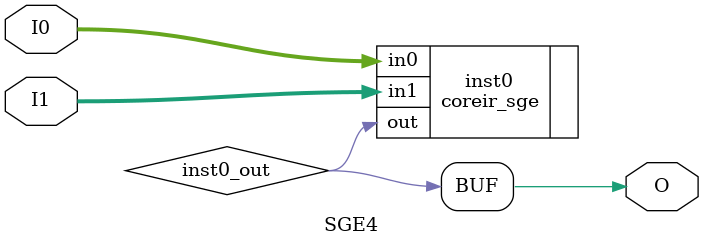
<source format=v>
module SGE4 (input [3:0] I0, input [3:0] I1, output  O);
wire  inst0_out;
coreir_sge inst0 (.in0(I0), .in1(I1), .out(inst0_out));
assign O = inst0_out;
endmodule


</source>
